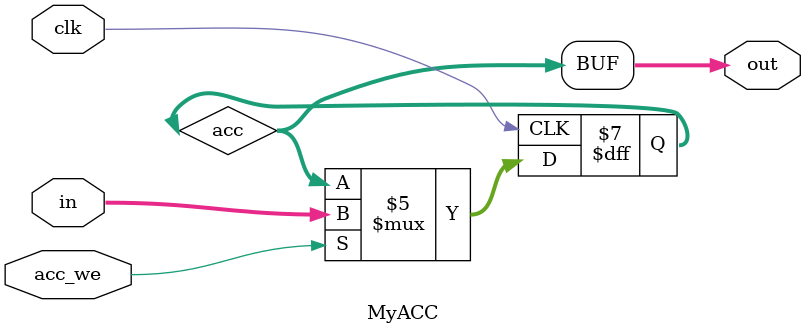
<source format=v>
`timescale 1ns / 1ps


module MyACC(
    input wire clk, acc_we,
    input wire [7:0] in,
    output wire [7:0] out
    );
    reg [7:0] acc;
    initial begin
        acc = 8'b0000000;
    end
    
    assign out = acc;
    
    always@(negedge clk)    begin
        if(acc_we == 1)
            acc = in;
        end
      
endmodule
</source>
